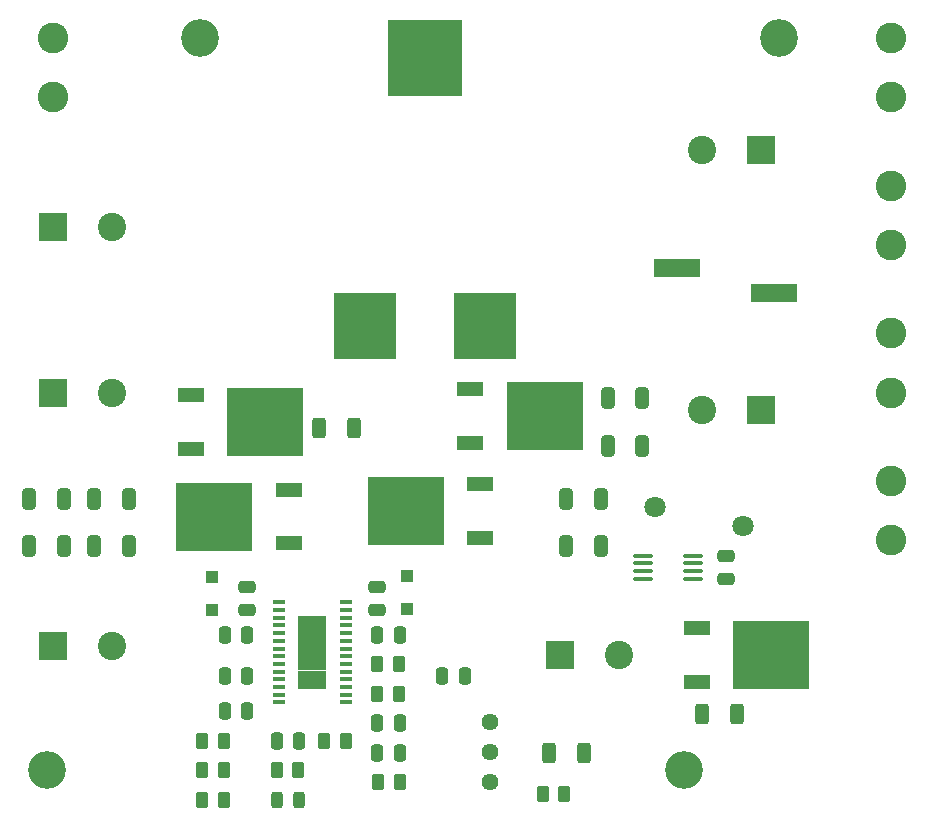
<source format=gts>
G04 #@! TF.GenerationSoftware,KiCad,Pcbnew,6.0.9-8da3e8f707~116~ubuntu20.04.1*
G04 #@! TF.CreationDate,2022-11-18T09:21:54-05:00*
G04 #@! TF.ProjectId,buck_boost,6275636b-5f62-46f6-9f73-742e6b696361,rev?*
G04 #@! TF.SameCoordinates,Original*
G04 #@! TF.FileFunction,Soldermask,Top*
G04 #@! TF.FilePolarity,Negative*
%FSLAX46Y46*%
G04 Gerber Fmt 4.6, Leading zero omitted, Abs format (unit mm)*
G04 Created by KiCad (PCBNEW 6.0.9-8da3e8f707~116~ubuntu20.04.1) date 2022-11-18 09:21:54*
%MOMM*%
%LPD*%
G01*
G04 APERTURE LIST*
G04 Aperture macros list*
%AMRoundRect*
0 Rectangle with rounded corners*
0 $1 Rounding radius*
0 $2 $3 $4 $5 $6 $7 $8 $9 X,Y pos of 4 corners*
0 Add a 4 corners polygon primitive as box body*
4,1,4,$2,$3,$4,$5,$6,$7,$8,$9,$2,$3,0*
0 Add four circle primitives for the rounded corners*
1,1,$1+$1,$2,$3*
1,1,$1+$1,$4,$5*
1,1,$1+$1,$6,$7*
1,1,$1+$1,$8,$9*
0 Add four rect primitives between the rounded corners*
20,1,$1+$1,$2,$3,$4,$5,0*
20,1,$1+$1,$4,$5,$6,$7,0*
20,1,$1+$1,$6,$7,$8,$9,0*
20,1,$1+$1,$8,$9,$2,$3,0*%
G04 Aperture macros list end*
%ADD10RoundRect,0.249999X-0.325001X-0.650001X0.325001X-0.650001X0.325001X0.650001X-0.325001X0.650001X0*%
%ADD11RoundRect,0.249999X0.325001X0.650001X-0.325001X0.650001X-0.325001X-0.650001X0.325001X-0.650001X0*%
%ADD12RoundRect,0.250000X-0.250000X-0.475000X0.250000X-0.475000X0.250000X0.475000X-0.250000X0.475000X0*%
%ADD13RoundRect,0.250000X0.475000X-0.250000X0.475000X0.250000X-0.475000X0.250000X-0.475000X-0.250000X0*%
%ADD14RoundRect,0.250000X0.250000X0.475000X-0.250000X0.475000X-0.250000X-0.475000X0.250000X-0.475000X0*%
%ADD15RoundRect,0.243750X0.243750X0.456250X-0.243750X0.456250X-0.243750X-0.456250X0.243750X-0.456250X0*%
%ADD16C,2.600000*%
%ADD17RoundRect,0.249998X-0.262502X-0.450002X0.262502X-0.450002X0.262502X0.450002X-0.262502X0.450002X0*%
%ADD18RoundRect,0.249998X0.262502X0.450002X-0.262502X0.450002X-0.262502X-0.450002X0.262502X-0.450002X0*%
%ADD19RoundRect,0.249998X0.312502X0.625002X-0.312502X0.625002X-0.312502X-0.625002X0.312502X-0.625002X0*%
%ADD20C,1.800000*%
%ADD21C,3.200000*%
%ADD22R,2.400000X2.400000*%
%ADD23C,2.400000*%
%ADD24R,2.200000X1.200000*%
%ADD25R,6.400000X5.800000*%
%ADD26RoundRect,0.249998X-0.312502X-0.625002X0.312502X-0.625002X0.312502X0.625002X-0.312502X0.625002X0*%
%ADD27RoundRect,0.250000X-0.475000X0.250000X-0.475000X-0.250000X0.475000X-0.250000X0.475000X0.250000X0*%
%ADD28RoundRect,0.100000X-0.712500X-0.100000X0.712500X-0.100000X0.712500X0.100000X-0.712500X0.100000X0*%
%ADD29R,1.100000X1.100000*%
%ADD30R,1.100000X0.400000*%
%ADD31R,1.200000X1.542500*%
%ADD32C,1.440000*%
%ADD33R,6.350000X6.500000*%
%ADD34R,5.330000X5.590000*%
%ADD35R,4.000000X1.650000*%
G04 APERTURE END LIST*
D10*
X33000000Y-63000000D03*
X35950000Y-63000000D03*
D11*
X30450000Y-67000000D03*
X27500000Y-67000000D03*
D12*
X57000000Y-82000000D03*
X58900000Y-82000000D03*
D13*
X57000000Y-72400000D03*
X57000000Y-70500000D03*
D12*
X57000000Y-74500000D03*
X58900000Y-74500000D03*
D10*
X76500000Y-54500000D03*
X79450000Y-54500000D03*
X73000000Y-63000000D03*
X75950000Y-63000000D03*
X73000000Y-67000000D03*
X75950000Y-67000000D03*
X76500000Y-58500000D03*
X79450000Y-58500000D03*
D14*
X50400000Y-83500000D03*
X48500000Y-83500000D03*
D15*
X50375000Y-88500000D03*
X48500000Y-88500000D03*
D16*
X29500000Y-24000000D03*
X29500000Y-29000000D03*
X100500000Y-29000000D03*
X100500000Y-24000000D03*
X100500000Y-41500000D03*
X100500000Y-36500000D03*
X100500000Y-66500000D03*
X100500000Y-61500000D03*
X100500000Y-54000000D03*
X100500000Y-49000000D03*
D17*
X42175000Y-83500000D03*
X44000000Y-83500000D03*
D18*
X44000000Y-86000000D03*
X42175000Y-86000000D03*
D17*
X57000000Y-79500000D03*
X58825000Y-79500000D03*
X57000000Y-77000000D03*
X58825000Y-77000000D03*
D19*
X74462500Y-84500000D03*
X71537500Y-84500000D03*
D17*
X52500000Y-83500000D03*
X54325000Y-83500000D03*
X71000000Y-88000000D03*
X72825000Y-88000000D03*
X42175000Y-88500000D03*
X44000000Y-88500000D03*
D20*
X88000000Y-65320000D03*
X80500000Y-63686670D03*
D10*
X33000000Y-67000000D03*
X35950000Y-67000000D03*
D21*
X29000000Y-86000000D03*
X83000000Y-86000000D03*
X91000000Y-24000000D03*
D17*
X48500000Y-86000000D03*
X50325000Y-86000000D03*
D21*
X42000000Y-24000000D03*
D22*
X29500000Y-54000000D03*
D23*
X34500000Y-54000000D03*
D22*
X29500000Y-75500000D03*
D23*
X34500000Y-75500000D03*
D24*
X64875000Y-53720000D03*
D25*
X71175000Y-56000000D03*
D24*
X64875000Y-58280000D03*
D22*
X89500000Y-55500000D03*
D23*
X84500000Y-55500000D03*
D22*
X89500000Y-33500000D03*
D23*
X84500000Y-33500000D03*
D24*
X84050000Y-73970000D03*
D25*
X90350000Y-76250000D03*
D24*
X84050000Y-78530000D03*
D26*
X84500000Y-81250000D03*
X87425000Y-81250000D03*
D27*
X86500000Y-67850000D03*
X86500000Y-69750000D03*
D28*
X79525000Y-67800000D03*
X79525000Y-68450000D03*
X79525000Y-69100000D03*
X79525000Y-69750000D03*
X83750000Y-69750000D03*
X83750000Y-69100000D03*
X83750000Y-68450000D03*
X83750000Y-67800000D03*
D24*
X65700000Y-66280000D03*
D25*
X59400000Y-64000000D03*
D24*
X65700000Y-61720000D03*
D14*
X46000000Y-81000000D03*
X44100000Y-81000000D03*
D13*
X46000000Y-72400000D03*
X46000000Y-70500000D03*
D29*
X43000000Y-69600000D03*
X43000000Y-72400000D03*
D14*
X46000000Y-78000000D03*
X44100000Y-78000000D03*
X46000000Y-74500000D03*
X44100000Y-74500000D03*
D29*
X59500000Y-69500000D03*
X59500000Y-72300000D03*
D30*
X48650000Y-71775000D03*
X48650000Y-72425000D03*
X48650000Y-73075000D03*
X48650000Y-73725000D03*
X48650000Y-74375000D03*
X48650000Y-75025000D03*
X48650000Y-75675000D03*
X48650000Y-76325000D03*
X48650000Y-76975000D03*
X48650000Y-77625000D03*
X48650000Y-78275000D03*
X48650000Y-78925000D03*
X48650000Y-79575000D03*
X48650000Y-80225000D03*
X54350000Y-80225000D03*
X54350000Y-79575000D03*
X54350000Y-78925000D03*
X54350000Y-78275000D03*
X54350000Y-77625000D03*
X54350000Y-76975000D03*
X54350000Y-76325000D03*
X54350000Y-75675000D03*
X54350000Y-75025000D03*
X54350000Y-74375000D03*
X54350000Y-73725000D03*
X54350000Y-73075000D03*
X54350000Y-72425000D03*
X54350000Y-71775000D03*
D31*
X52100000Y-78313750D03*
X52100000Y-75228750D03*
X52100000Y-76771250D03*
X52100000Y-73686250D03*
X50900000Y-78313750D03*
X50900000Y-73686250D03*
X50900000Y-76771250D03*
X50900000Y-75228750D03*
D22*
X72500000Y-76250000D03*
D23*
X77500000Y-76250000D03*
D24*
X41200000Y-54245000D03*
D25*
X47500000Y-56525000D03*
D24*
X41200000Y-58805000D03*
D12*
X57000000Y-84500000D03*
X58900000Y-84500000D03*
D24*
X49500000Y-66780000D03*
D25*
X43200000Y-64500000D03*
D24*
X49500000Y-62220000D03*
D22*
X29500000Y-40000000D03*
D23*
X34500000Y-40000000D03*
D17*
X57087500Y-87000000D03*
X58912500Y-87000000D03*
D12*
X62500000Y-78000000D03*
X64400000Y-78000000D03*
D32*
X66500000Y-87000000D03*
X66500000Y-84460000D03*
X66500000Y-81920000D03*
D11*
X30500000Y-63000000D03*
X27550000Y-63000000D03*
D33*
X61000000Y-25670000D03*
D34*
X55925000Y-48355000D03*
X66075000Y-48355000D03*
D26*
X52075000Y-57000000D03*
X55000000Y-57000000D03*
D35*
X82400000Y-43425000D03*
X90600000Y-45575000D03*
M02*

</source>
